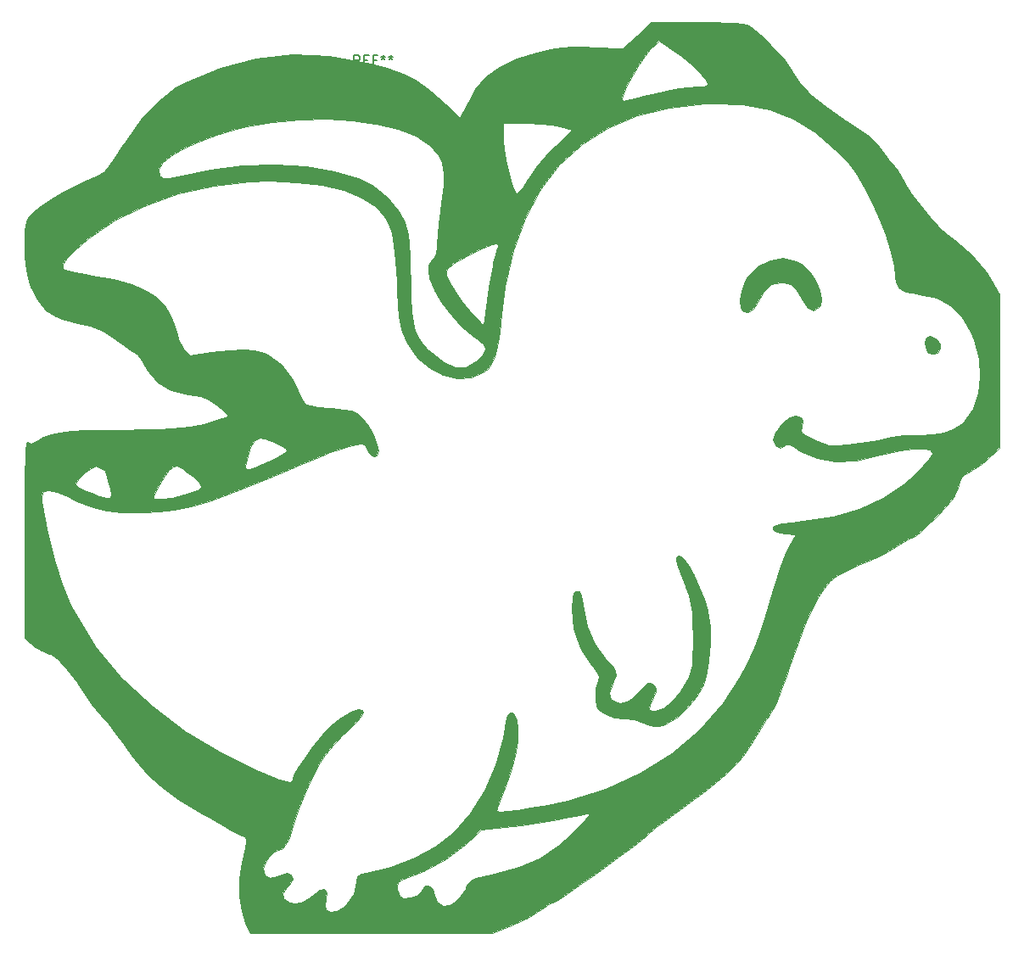
<source format=gbr>
G04 #@! TF.GenerationSoftware,KiCad,Pcbnew,5.1.3-ffb9f22~84~ubuntu18.04.1*
G04 #@! TF.CreationDate,2019-09-02T17:53:29+02:00*
G04 #@! TF.ProjectId,drac_badge,64726163-5f62-4616-9467-652e6b696361,rev?*
G04 #@! TF.SameCoordinates,Original*
G04 #@! TF.FileFunction,Legend,Top*
G04 #@! TF.FilePolarity,Positive*
%FSLAX46Y46*%
G04 Gerber Fmt 4.6, Leading zero omitted, Abs format (unit mm)*
G04 Created by KiCad (PCBNEW 5.1.3-ffb9f22~84~ubuntu18.04.1) date 2019-09-02 17:53:29*
%MOMM*%
%LPD*%
G04 APERTURE LIST*
%ADD10C,0.010000*%
%ADD11C,0.150000*%
G04 APERTURE END LIST*
D10*
G36*
X78639744Y-26959392D02*
G01*
X79213092Y-27270897D01*
X79983984Y-27965773D01*
X80607159Y-28859941D01*
X81029090Y-29820016D01*
X81196249Y-30712616D01*
X81055107Y-31404356D01*
X80935285Y-31562309D01*
X80374585Y-31855211D01*
X79820124Y-31619357D01*
X79285598Y-30860677D01*
X79277343Y-30844442D01*
X78688678Y-29855551D01*
X78100033Y-29298992D01*
X77401612Y-29083757D01*
X77139088Y-29072105D01*
X76175634Y-29297263D01*
X75389726Y-29991259D01*
X74794017Y-31071205D01*
X74368656Y-31717758D01*
X73852549Y-32022240D01*
X73378457Y-31942464D01*
X73128521Y-31600425D01*
X73052632Y-30878280D01*
X73199164Y-29937085D01*
X73516249Y-29016823D01*
X73789183Y-28543638D01*
X74840468Y-27490331D01*
X76066587Y-26859404D01*
X77366644Y-26674533D01*
X78639744Y-26959392D01*
X78639744Y-26959392D01*
G37*
X78639744Y-26959392D02*
X79213092Y-27270897D01*
X79983984Y-27965773D01*
X80607159Y-28859941D01*
X81029090Y-29820016D01*
X81196249Y-30712616D01*
X81055107Y-31404356D01*
X80935285Y-31562309D01*
X80374585Y-31855211D01*
X79820124Y-31619357D01*
X79285598Y-30860677D01*
X79277343Y-30844442D01*
X78688678Y-29855551D01*
X78100033Y-29298992D01*
X77401612Y-29083757D01*
X77139088Y-29072105D01*
X76175634Y-29297263D01*
X75389726Y-29991259D01*
X74794017Y-31071205D01*
X74368656Y-31717758D01*
X73852549Y-32022240D01*
X73378457Y-31942464D01*
X73128521Y-31600425D01*
X73052632Y-30878280D01*
X73199164Y-29937085D01*
X73516249Y-29016823D01*
X73789183Y-28543638D01*
X74840468Y-27490331D01*
X76066587Y-26859404D01*
X77366644Y-26674533D01*
X78639744Y-26959392D01*
G36*
X92625241Y-34647321D02*
G01*
X93010978Y-35199481D01*
X93041452Y-35676630D01*
X92754995Y-36090422D01*
X92260272Y-36240307D01*
X91798939Y-36090509D01*
X91652451Y-35882269D01*
X91479603Y-35094165D01*
X91627055Y-34574208D01*
X91986736Y-34419474D01*
X92625241Y-34647321D01*
X92625241Y-34647321D01*
G37*
X92625241Y-34647321D02*
X93010978Y-35199481D01*
X93041452Y-35676630D01*
X92754995Y-36090422D01*
X92260272Y-36240307D01*
X91798939Y-36090509D01*
X91652451Y-35882269D01*
X91479603Y-35094165D01*
X91627055Y-34574208D01*
X91986736Y-34419474D01*
X92625241Y-34647321D01*
G36*
X67051117Y-56383940D02*
G01*
X67440579Y-56678935D01*
X67933029Y-57369014D01*
X68471196Y-58339107D01*
X68997808Y-59474139D01*
X69455595Y-60659040D01*
X69787286Y-61778736D01*
X69829670Y-61966785D01*
X70033042Y-63498977D01*
X70063299Y-65202139D01*
X69932335Y-66890835D01*
X69652044Y-68379627D01*
X69364152Y-69224337D01*
X68685808Y-70424595D01*
X67798308Y-71551072D01*
X66822713Y-72476924D01*
X65880086Y-73075310D01*
X65586704Y-73182158D01*
X64896531Y-73368574D01*
X64465662Y-73411222D01*
X64037440Y-73289642D01*
X63411053Y-73008728D01*
X62493000Y-72729976D01*
X61544004Y-72634820D01*
X61495674Y-72636922D01*
X60533128Y-72543917D01*
X59625912Y-72217738D01*
X58961119Y-71740513D01*
X58764505Y-71438021D01*
X58610017Y-70585893D01*
X58661145Y-69612394D01*
X58879593Y-68884209D01*
X58985942Y-68499086D01*
X58832230Y-68060322D01*
X58360534Y-67426018D01*
X58213311Y-67251948D01*
X57097468Y-65558142D01*
X56426627Y-63653185D01*
X56243983Y-61661570D01*
X56247260Y-61585630D01*
X56330293Y-60620934D01*
X56482513Y-60087012D01*
X56734421Y-59881305D01*
X56755434Y-59876763D01*
X57023965Y-59945082D01*
X57206316Y-60340066D01*
X57345277Y-61160694D01*
X57358700Y-61272240D01*
X57797724Y-63357187D01*
X58572193Y-65194862D01*
X59633476Y-66670767D01*
X59666353Y-66705258D01*
X60313825Y-67401157D01*
X60632859Y-67878773D01*
X60667737Y-68303259D01*
X60462742Y-68839764D01*
X60317690Y-69134373D01*
X60020803Y-70045900D01*
X60159149Y-70680765D01*
X60719949Y-71009051D01*
X61135604Y-71048947D01*
X61766742Y-70958790D01*
X62328957Y-70618821D01*
X62993394Y-69926408D01*
X63557400Y-69297494D01*
X63911375Y-69027993D01*
X64176441Y-69057460D01*
X64383204Y-69232828D01*
X64645897Y-69568139D01*
X64643315Y-69930229D01*
X64378976Y-70530129D01*
X64041510Y-71280480D01*
X63999451Y-71679647D01*
X64269939Y-71833079D01*
X64593697Y-71851053D01*
X65396666Y-71610418D01*
X66266016Y-70945950D01*
X67107328Y-69943803D01*
X67635250Y-69075699D01*
X67944736Y-68450691D01*
X68149915Y-67884177D01*
X68271323Y-67243413D01*
X68329495Y-66395655D01*
X68344966Y-65208157D01*
X68343342Y-64498421D01*
X68324113Y-63054896D01*
X68265685Y-61990163D01*
X68144858Y-61148517D01*
X67938426Y-60374252D01*
X67623188Y-59511664D01*
X67586323Y-59418421D01*
X67080146Y-58110122D01*
X66777160Y-57221225D01*
X66665024Y-56681756D01*
X66731397Y-56421743D01*
X66963936Y-56371211D01*
X67051117Y-56383940D01*
X67051117Y-56383940D01*
G37*
X67051117Y-56383940D02*
X67440579Y-56678935D01*
X67933029Y-57369014D01*
X68471196Y-58339107D01*
X68997808Y-59474139D01*
X69455595Y-60659040D01*
X69787286Y-61778736D01*
X69829670Y-61966785D01*
X70033042Y-63498977D01*
X70063299Y-65202139D01*
X69932335Y-66890835D01*
X69652044Y-68379627D01*
X69364152Y-69224337D01*
X68685808Y-70424595D01*
X67798308Y-71551072D01*
X66822713Y-72476924D01*
X65880086Y-73075310D01*
X65586704Y-73182158D01*
X64896531Y-73368574D01*
X64465662Y-73411222D01*
X64037440Y-73289642D01*
X63411053Y-73008728D01*
X62493000Y-72729976D01*
X61544004Y-72634820D01*
X61495674Y-72636922D01*
X60533128Y-72543917D01*
X59625912Y-72217738D01*
X58961119Y-71740513D01*
X58764505Y-71438021D01*
X58610017Y-70585893D01*
X58661145Y-69612394D01*
X58879593Y-68884209D01*
X58985942Y-68499086D01*
X58832230Y-68060322D01*
X58360534Y-67426018D01*
X58213311Y-67251948D01*
X57097468Y-65558142D01*
X56426627Y-63653185D01*
X56243983Y-61661570D01*
X56247260Y-61585630D01*
X56330293Y-60620934D01*
X56482513Y-60087012D01*
X56734421Y-59881305D01*
X56755434Y-59876763D01*
X57023965Y-59945082D01*
X57206316Y-60340066D01*
X57345277Y-61160694D01*
X57358700Y-61272240D01*
X57797724Y-63357187D01*
X58572193Y-65194862D01*
X59633476Y-66670767D01*
X59666353Y-66705258D01*
X60313825Y-67401157D01*
X60632859Y-67878773D01*
X60667737Y-68303259D01*
X60462742Y-68839764D01*
X60317690Y-69134373D01*
X60020803Y-70045900D01*
X60159149Y-70680765D01*
X60719949Y-71009051D01*
X61135604Y-71048947D01*
X61766742Y-70958790D01*
X62328957Y-70618821D01*
X62993394Y-69926408D01*
X63557400Y-69297494D01*
X63911375Y-69027993D01*
X64176441Y-69057460D01*
X64383204Y-69232828D01*
X64645897Y-69568139D01*
X64643315Y-69930229D01*
X64378976Y-70530129D01*
X64041510Y-71280480D01*
X63999451Y-71679647D01*
X64269939Y-71833079D01*
X64593697Y-71851053D01*
X65396666Y-71610418D01*
X66266016Y-70945950D01*
X67107328Y-69943803D01*
X67635250Y-69075699D01*
X67944736Y-68450691D01*
X68149915Y-67884177D01*
X68271323Y-67243413D01*
X68329495Y-66395655D01*
X68344966Y-65208157D01*
X68343342Y-64498421D01*
X68324113Y-63054896D01*
X68265685Y-61990163D01*
X68144858Y-61148517D01*
X67938426Y-60374252D01*
X67623188Y-59511664D01*
X67586323Y-59418421D01*
X67080146Y-58110122D01*
X66777160Y-57221225D01*
X66665024Y-56681756D01*
X66731397Y-56421743D01*
X66963936Y-56371211D01*
X67051117Y-56383940D01*
G36*
X70535887Y-3140060D02*
G01*
X71765080Y-3155478D01*
X72639032Y-3194634D01*
X73247493Y-3268542D01*
X73680207Y-3388216D01*
X74026924Y-3564669D01*
X74377390Y-3808914D01*
X74386028Y-3815285D01*
X75390943Y-4655731D01*
X76440829Y-5694953D01*
X77398924Y-6783318D01*
X78128468Y-7771192D01*
X78351176Y-8153648D01*
X79061406Y-9178148D01*
X80190917Y-10342245D01*
X81665388Y-11579863D01*
X83410499Y-12824927D01*
X84112629Y-13275960D01*
X85118043Y-13933282D01*
X85958777Y-14538373D01*
X86523277Y-15007909D01*
X86688859Y-15200252D01*
X86999536Y-15658883D01*
X87532432Y-16340466D01*
X87974533Y-16867079D01*
X88677114Y-17775519D01*
X89320244Y-18765005D01*
X89578741Y-19242063D01*
X90170359Y-20227706D01*
X91045917Y-21403994D01*
X92076965Y-22621165D01*
X93135051Y-23729457D01*
X94091726Y-24579109D01*
X94271432Y-24713313D01*
X96158884Y-26308660D01*
X97673399Y-28104307D01*
X98168994Y-28885524D01*
X98966035Y-30275263D01*
X98971053Y-45641751D01*
X97968421Y-46566688D01*
X97144499Y-47228219D01*
X96260187Y-47796264D01*
X95963158Y-47947735D01*
X95220568Y-48409908D01*
X94960978Y-48920335D01*
X94959527Y-48964817D01*
X94822573Y-49560964D01*
X94487632Y-50293953D01*
X94422058Y-50405692D01*
X94027498Y-50936079D01*
X93404839Y-51649291D01*
X92653482Y-52445615D01*
X91872832Y-53225339D01*
X91162291Y-53888753D01*
X90621263Y-54336144D01*
X90368226Y-54472105D01*
X90048464Y-54606219D01*
X89426199Y-54955315D01*
X88749402Y-55372459D01*
X87676502Y-55994801D01*
X86485807Y-56593990D01*
X85870000Y-56863257D01*
X84634228Y-57370836D01*
X83608355Y-57844175D01*
X82751583Y-58340540D01*
X82023112Y-58917191D01*
X81382143Y-59631392D01*
X80787878Y-60540407D01*
X80199516Y-61701499D01*
X79576259Y-63171929D01*
X78877308Y-65008962D01*
X78061864Y-67269861D01*
X77670676Y-68371313D01*
X77190467Y-69666672D01*
X76725995Y-70815279D01*
X76326340Y-71702383D01*
X76040582Y-72213234D01*
X76012495Y-72248155D01*
X75652163Y-72733657D01*
X75130412Y-73528367D01*
X74549075Y-74476045D01*
X74441509Y-74658421D01*
X73875400Y-75572048D01*
X73278552Y-76401446D01*
X72591493Y-77201451D01*
X71754754Y-78026904D01*
X70708864Y-78932643D01*
X69394355Y-79973506D01*
X67751757Y-81204331D01*
X65817369Y-82610949D01*
X65129974Y-83113950D01*
X64635287Y-83489910D01*
X64480526Y-83619440D01*
X63993834Y-84062091D01*
X63187810Y-84715917D01*
X62138258Y-85526329D01*
X60920986Y-86438738D01*
X59611800Y-87398556D01*
X58286506Y-88351195D01*
X57020909Y-89242064D01*
X55890816Y-90016577D01*
X54972033Y-90620143D01*
X54340366Y-90998175D01*
X54090244Y-91101579D01*
X53777864Y-91247978D01*
X53196473Y-91622501D01*
X52778485Y-91919830D01*
X51903075Y-92470906D01*
X50801865Y-93041283D01*
X50001432Y-93390357D01*
X48337028Y-94042632D01*
X24168824Y-94042632D01*
X23692944Y-93040000D01*
X23309371Y-91819746D01*
X23113702Y-90286563D01*
X23114336Y-88631229D01*
X23319676Y-87044524D01*
X23411623Y-86651407D01*
X23676859Y-85602982D01*
X23799040Y-84957227D01*
X23776266Y-84601039D01*
X23606634Y-84421318D01*
X23372632Y-84331351D01*
X22794053Y-84082803D01*
X22236316Y-83779910D01*
X21722798Y-83476464D01*
X20881057Y-82985595D01*
X19846600Y-82386147D01*
X19162288Y-81991316D01*
X17069772Y-80712693D01*
X15392604Y-79508864D01*
X14034807Y-78298135D01*
X12900401Y-76998815D01*
X12281968Y-76135103D01*
X11510111Y-75037293D01*
X10676268Y-73940684D01*
X9936412Y-73048707D01*
X9801567Y-72899944D01*
X9038178Y-72014725D01*
X8308304Y-71067338D01*
X7956017Y-70552088D01*
X6844073Y-68892519D01*
X5833671Y-67586970D01*
X4960570Y-66676249D01*
X4260529Y-66201165D01*
X4100015Y-66151687D01*
X3382918Y-65874326D01*
X2612355Y-65390436D01*
X2488383Y-65290909D01*
X1648948Y-64584571D01*
X1648948Y-54662233D01*
X1653021Y-51966657D01*
X1662239Y-50406587D01*
X3353604Y-50406587D01*
X3386707Y-50952793D01*
X3946009Y-54077532D01*
X4593044Y-56770286D01*
X5357509Y-59130646D01*
X6269100Y-61258206D01*
X6724172Y-62145706D01*
X8810509Y-65463340D01*
X11356449Y-68554181D01*
X14322849Y-71384294D01*
X17670563Y-73919747D01*
X21360447Y-76126604D01*
X24642632Y-77679283D01*
X26080636Y-78278198D01*
X27099480Y-78681272D01*
X27769288Y-78908404D01*
X28160185Y-78979492D01*
X28342295Y-78914434D01*
X28385790Y-78741429D01*
X28544424Y-78274591D01*
X28966883Y-77513081D01*
X29573001Y-76571633D01*
X30282612Y-75564984D01*
X31015551Y-74607867D01*
X31691651Y-73815017D01*
X32129899Y-73382793D01*
X33266889Y-72496160D01*
X34231148Y-71915435D01*
X34959398Y-71672103D01*
X35365970Y-71772707D01*
X35404269Y-72014897D01*
X35157692Y-72441150D01*
X34586482Y-73103439D01*
X33650880Y-74053740D01*
X33531857Y-74170416D01*
X32448503Y-75275237D01*
X31645866Y-76232783D01*
X30987774Y-77230659D01*
X30338053Y-78456473D01*
X30169583Y-78802632D01*
X29570568Y-80136401D01*
X28999659Y-81561543D01*
X28546502Y-82848386D01*
X28402464Y-83329965D01*
X28037794Y-84515443D01*
X27694433Y-85257004D01*
X27318187Y-85640110D01*
X26867827Y-85750116D01*
X26459903Y-85968068D01*
X25988990Y-86484315D01*
X25601740Y-87105224D01*
X25444737Y-87629109D01*
X25633436Y-88269876D01*
X26145931Y-88526681D01*
X26901818Y-88365652D01*
X27037593Y-88300082D01*
X27818972Y-88046517D01*
X28290708Y-88172803D01*
X28394855Y-88586993D01*
X28073467Y-89197141D01*
X27791152Y-89495790D01*
X27412842Y-90081889D01*
X27526222Y-90594632D01*
X28088348Y-90950161D01*
X28586922Y-91049711D01*
X29307436Y-90975866D01*
X30050712Y-90547615D01*
X30356728Y-90293745D01*
X31096696Y-89759472D01*
X31579005Y-89665241D01*
X31780241Y-90006050D01*
X31723737Y-90585772D01*
X31654091Y-91230164D01*
X31723863Y-91629792D01*
X32156522Y-91886359D01*
X32797427Y-91829350D01*
X33448195Y-91492460D01*
X33653141Y-91302105D01*
X34493618Y-90105538D01*
X34684120Y-89387261D01*
X38849097Y-89387261D01*
X38866518Y-89608382D01*
X39088120Y-90301587D01*
X39435884Y-90521488D01*
X40283724Y-90516659D01*
X40969060Y-90222961D01*
X41296179Y-89767662D01*
X41584906Y-89308699D01*
X41987944Y-89283337D01*
X42347750Y-89664698D01*
X42454405Y-89965263D01*
X42831274Y-90899854D01*
X43382337Y-91338708D01*
X44083245Y-91271543D01*
X44670708Y-90901053D01*
X45174878Y-90341407D01*
X45654662Y-89591714D01*
X45702960Y-89497369D01*
X45950365Y-89049605D01*
X46240266Y-88744552D01*
X46693718Y-88523014D01*
X47431779Y-88325795D01*
X48572105Y-88094356D01*
X50999452Y-87467401D01*
X53073005Y-86567149D01*
X54935047Y-85319934D01*
X56295058Y-84095903D01*
X57065396Y-83303375D01*
X57649169Y-82654644D01*
X57970835Y-82236501D01*
X58005346Y-82130960D01*
X57704145Y-82130319D01*
X57012030Y-82240601D01*
X56056080Y-82439957D01*
X55629762Y-82539393D01*
X54376897Y-82799027D01*
X52827953Y-83060163D01*
X51220136Y-83284952D01*
X50310000Y-83388236D01*
X47235263Y-83698088D01*
X45673524Y-85135656D01*
X43683762Y-86672517D01*
X41464676Y-87876603D01*
X39935991Y-88443899D01*
X39226642Y-88690562D01*
X38907776Y-88957725D01*
X38849097Y-89387261D01*
X34684120Y-89387261D01*
X34801052Y-88946376D01*
X34802632Y-88858640D01*
X34886115Y-88395199D01*
X35236070Y-88147013D01*
X35805263Y-88020035D01*
X38238618Y-87439475D01*
X40579249Y-86540823D01*
X42684002Y-85389975D01*
X44395886Y-84065883D01*
X46113205Y-82118106D01*
X47568673Y-79803138D01*
X48695035Y-77251858D01*
X49425032Y-74595150D01*
X49509203Y-74115496D01*
X49705344Y-72979864D01*
X49874462Y-72299851D01*
X50053064Y-72000127D01*
X50277659Y-72005361D01*
X50467488Y-72138176D01*
X50769286Y-72701255D01*
X50881331Y-73655904D01*
X50817151Y-74899101D01*
X50590275Y-76327827D01*
X50214233Y-77839059D01*
X49702554Y-79329778D01*
X49442600Y-79942357D01*
X49061876Y-80826686D01*
X48807662Y-81503846D01*
X48727311Y-81845735D01*
X48733542Y-81860559D01*
X49069819Y-81902219D01*
X49817899Y-81852076D01*
X50865955Y-81726751D01*
X52102160Y-81542864D01*
X53414688Y-81317036D01*
X54691710Y-81065885D01*
X55810742Y-80808735D01*
X59673011Y-79599948D01*
X63147369Y-78026056D01*
X66241977Y-76081219D01*
X68964995Y-73759596D01*
X71324583Y-71055349D01*
X73031585Y-68484093D01*
X73749883Y-67168407D01*
X74391671Y-65785421D01*
X75000031Y-64223548D01*
X75618045Y-62371206D01*
X76288795Y-60116810D01*
X76363335Y-59854707D01*
X76781984Y-58475376D01*
X77226837Y-57172309D01*
X77644435Y-56093274D01*
X77977949Y-55391766D01*
X78655450Y-54235698D01*
X77519242Y-54153375D01*
X76674738Y-54001816D01*
X76315379Y-53697666D01*
X76303970Y-53653470D01*
X76354418Y-53460505D01*
X76641668Y-53305669D01*
X77245401Y-53169187D01*
X78245298Y-53031283D01*
X79262073Y-52919299D01*
X82333411Y-52445004D01*
X85002936Y-51689580D01*
X87340598Y-50623657D01*
X89416349Y-49217863D01*
X90611616Y-48153754D01*
X91367955Y-47366679D01*
X91946696Y-46675118D01*
X92257639Y-46190640D01*
X92286842Y-46081649D01*
X92045291Y-45787770D01*
X91370871Y-45656735D01*
X90338934Y-45685088D01*
X89024832Y-45869373D01*
X87503917Y-46206133D01*
X87075037Y-46320690D01*
X84658722Y-46834958D01*
X82552158Y-46944757D01*
X80711180Y-46646477D01*
X79091622Y-45936505D01*
X78623964Y-45629658D01*
X78036057Y-45276803D01*
X77645444Y-45260728D01*
X77425052Y-45400537D01*
X77024871Y-45590733D01*
X76624244Y-45340799D01*
X76606270Y-45322962D01*
X76378747Y-44795137D01*
X76600620Y-44086970D01*
X77283110Y-43165980D01*
X77394228Y-43042105D01*
X78006509Y-42580371D01*
X78618155Y-42427195D01*
X79102851Y-42551564D01*
X79334286Y-42922463D01*
X79199039Y-43485243D01*
X79098565Y-43799277D01*
X79246748Y-44070497D01*
X79731006Y-44389389D01*
X80403526Y-44732002D01*
X81255557Y-45116827D01*
X81954231Y-45313235D01*
X82726283Y-45358179D01*
X83798447Y-45288612D01*
X83811588Y-45287451D01*
X85051416Y-45136875D01*
X86329252Y-44917570D01*
X87206842Y-44717813D01*
X88220554Y-44520156D01*
X89502232Y-44376341D01*
X90785670Y-44315653D01*
X90865752Y-44315279D01*
X92352708Y-44266872D01*
X93456470Y-44096450D01*
X94323053Y-43758698D01*
X95098470Y-43208303D01*
X95439251Y-42895919D01*
X96296713Y-41718035D01*
X96833426Y-40215355D01*
X97040359Y-38497566D01*
X96908478Y-36674355D01*
X96428751Y-34855409D01*
X96155851Y-34193557D01*
X95214894Y-32554530D01*
X94076147Y-31383728D01*
X92669807Y-30630180D01*
X90926071Y-30242917D01*
X90715356Y-30220935D01*
X89587867Y-30021689D01*
X88904789Y-29644345D01*
X88588982Y-29028803D01*
X88543684Y-28529035D01*
X88421956Y-27442732D01*
X88084236Y-26017184D01*
X87571724Y-24381968D01*
X86925621Y-22666665D01*
X86187126Y-21000853D01*
X86081044Y-20783684D01*
X85325682Y-19334741D01*
X84621795Y-18199842D01*
X83836737Y-17190991D01*
X82837859Y-16120195D01*
X82674408Y-15955646D01*
X80580640Y-14133741D01*
X78369666Y-12771603D01*
X75975777Y-11845516D01*
X73333263Y-11331761D01*
X70376413Y-11206621D01*
X69589963Y-11232829D01*
X66022134Y-11620464D01*
X62778267Y-12432014D01*
X59863778Y-13661891D01*
X57284083Y-15304509D01*
X55044597Y-17354281D01*
X53150737Y-19805620D01*
X51607917Y-22652939D01*
X50421554Y-25890651D01*
X49597064Y-29513169D01*
X49243060Y-32222870D01*
X49046303Y-34055188D01*
X48835926Y-35436704D01*
X48585545Y-36451200D01*
X48268773Y-37182459D01*
X47859225Y-37714263D01*
X47396250Y-38087074D01*
X46178205Y-38604455D01*
X44830175Y-38674107D01*
X43441725Y-38335890D01*
X42102418Y-37629663D01*
X40901820Y-36595285D01*
X39929494Y-35272614D01*
X39600641Y-34617766D01*
X39355789Y-33987162D01*
X39172859Y-33307458D01*
X39036723Y-32471417D01*
X38932251Y-31371804D01*
X38844314Y-29901381D01*
X38799386Y-28938421D01*
X38687630Y-26924761D01*
X38534389Y-25357958D01*
X38313971Y-24150363D01*
X38000679Y-23214330D01*
X37568819Y-22462210D01*
X36992696Y-21806356D01*
X36605665Y-21455461D01*
X35257094Y-20590903D01*
X33463397Y-19895717D01*
X31290796Y-19382861D01*
X28805512Y-19065291D01*
X26073769Y-18955963D01*
X24095849Y-19007874D01*
X20505180Y-19405343D01*
X17023422Y-20199282D01*
X13729685Y-21358907D01*
X10703078Y-22853434D01*
X8022710Y-24652079D01*
X6710503Y-25773125D01*
X5863361Y-26640516D01*
X5450083Y-27265003D01*
X5449993Y-27685349D01*
X5609180Y-27837864D01*
X5952886Y-27936234D01*
X6697182Y-28089961D01*
X7714043Y-28273739D01*
X8349707Y-28379525D01*
X10581369Y-28795591D01*
X12350171Y-29264764D01*
X13727724Y-29823330D01*
X14785641Y-30507575D01*
X15595533Y-31353786D01*
X16211674Y-32363250D01*
X16590603Y-33227232D01*
X16836399Y-33986436D01*
X16888948Y-34323376D01*
X17058735Y-34929513D01*
X17472402Y-35600908D01*
X17521268Y-35659508D01*
X18153589Y-36394625D01*
X20261795Y-36073704D01*
X22082546Y-35838052D01*
X23495524Y-35761971D01*
X24605111Y-35851280D01*
X25515691Y-36111797D01*
X26089668Y-36398607D01*
X27314110Y-37349918D01*
X28302152Y-38659658D01*
X28909966Y-39875891D01*
X29281058Y-40620815D01*
X29640313Y-41153544D01*
X29767346Y-41272363D01*
X30188473Y-41395960D01*
X30990827Y-41522292D01*
X32021502Y-41628694D01*
X32324323Y-41651425D01*
X33493703Y-41756594D01*
X34276672Y-41905059D01*
X34821550Y-42137831D01*
X35233804Y-42455923D01*
X35884479Y-43240663D01*
X36456171Y-44244586D01*
X36838892Y-45248377D01*
X36935707Y-45849474D01*
X36793997Y-46336231D01*
X36454696Y-46427894D01*
X36066704Y-46136662D01*
X35864141Y-45761684D01*
X35612831Y-45298272D01*
X35223920Y-45177125D01*
X34734443Y-45248440D01*
X34048187Y-45416591D01*
X33207102Y-45681871D01*
X32143668Y-46070018D01*
X30790363Y-46606767D01*
X29079666Y-47317857D01*
X27172036Y-48131018D01*
X24425873Y-49282534D01*
X22072842Y-50201020D01*
X20035842Y-50908050D01*
X18237767Y-51425195D01*
X16601516Y-51774028D01*
X15049985Y-51976120D01*
X13506071Y-52053044D01*
X13145790Y-52055301D01*
X11348362Y-52008505D01*
X9878278Y-51843219D01*
X8533422Y-51515910D01*
X7111680Y-50983043D01*
X6222708Y-50584612D01*
X14482632Y-50584612D01*
X14723497Y-50715226D01*
X15383363Y-50704077D01*
X16368129Y-50559983D01*
X17569262Y-50295390D01*
X18442751Y-50031408D01*
X19063532Y-49758731D01*
X19295263Y-49539891D01*
X19078374Y-49098881D01*
X18498250Y-48504194D01*
X17660704Y-47858936D01*
X17381099Y-47674739D01*
X17067349Y-47503645D01*
X23670690Y-47503645D01*
X23786867Y-47725033D01*
X24158279Y-47713428D01*
X24857342Y-47465460D01*
X25956470Y-46977761D01*
X26024992Y-46946209D01*
X26901141Y-46512635D01*
X27547691Y-46136027D01*
X27844141Y-45887820D01*
X27851053Y-45863663D01*
X27625335Y-45615415D01*
X27063266Y-45283331D01*
X26337479Y-44947536D01*
X25620601Y-44688152D01*
X25096884Y-44585346D01*
X24650270Y-44837128D01*
X24215424Y-45563278D01*
X23825377Y-46703850D01*
X23737333Y-47052632D01*
X23670690Y-47503645D01*
X17067349Y-47503645D01*
X16860501Y-47390847D01*
X16509892Y-47443401D01*
X16087816Y-47839880D01*
X15674886Y-48367590D01*
X15207732Y-49088812D01*
X14790012Y-49826298D01*
X14525383Y-50402802D01*
X14482632Y-50584612D01*
X6222708Y-50584612D01*
X6134623Y-50545133D01*
X4892541Y-50025456D01*
X4042574Y-49825051D01*
X3543378Y-49950050D01*
X3353604Y-50406587D01*
X1662239Y-50406587D01*
X1665998Y-49770457D01*
X1672562Y-49276421D01*
X6728948Y-49276421D01*
X6961409Y-49510032D01*
X7551047Y-49814437D01*
X8336241Y-50130840D01*
X9155369Y-50400447D01*
X9846810Y-50564463D01*
X10248945Y-50564093D01*
X10256792Y-50559788D01*
X10293341Y-50263634D01*
X10180880Y-49631491D01*
X10059160Y-49184939D01*
X9837794Y-48446647D01*
X9697878Y-47963109D01*
X9672894Y-47864144D01*
X9468194Y-47710491D01*
X9147700Y-47527182D01*
X8741108Y-47418026D01*
X8287824Y-47596353D01*
X7677174Y-48080209D01*
X7112742Y-48647711D01*
X6773279Y-49127824D01*
X6728948Y-49276421D01*
X1672562Y-49276421D01*
X1689014Y-48038328D01*
X1723206Y-46734965D01*
X1769708Y-45825064D01*
X1829657Y-45273320D01*
X1904188Y-45044427D01*
X1958184Y-45049131D01*
X2305276Y-45188266D01*
X2819462Y-44960506D01*
X2987538Y-44845597D01*
X3557175Y-44509222D01*
X4252960Y-44249158D01*
X5145379Y-44056694D01*
X6304921Y-43923115D01*
X7802074Y-43839708D01*
X9707324Y-43797761D01*
X11541579Y-43788209D01*
X13512732Y-43780113D01*
X15056928Y-43752272D01*
X16281819Y-43696651D01*
X17295057Y-43605211D01*
X18204294Y-43469913D01*
X19117182Y-43282722D01*
X19495790Y-43194311D01*
X20559636Y-42923167D01*
X21394071Y-42678838D01*
X21885641Y-42496264D01*
X21968948Y-42432649D01*
X21777646Y-42184224D01*
X21285942Y-41727365D01*
X20847960Y-41361804D01*
X20026731Y-40795648D01*
X19173715Y-40459747D01*
X18042280Y-40258196D01*
X17995165Y-40252464D01*
X16267815Y-39847882D01*
X14923297Y-39084986D01*
X13929899Y-37943246D01*
X13655648Y-37442818D01*
X13234204Y-36714583D01*
X12815855Y-36212142D01*
X12643614Y-36098658D01*
X12222776Y-35866971D01*
X11531758Y-35401230D01*
X10718211Y-34801087D01*
X10697721Y-34785333D01*
X9442880Y-33950720D01*
X8160348Y-33419710D01*
X7355615Y-33209301D01*
X6309523Y-32955788D01*
X5373719Y-32698139D01*
X4789296Y-32505962D01*
X3806974Y-31865154D01*
X2927036Y-30821496D01*
X2251106Y-29506870D01*
X2074320Y-28982508D01*
X1835441Y-27856002D01*
X1693093Y-26548012D01*
X1647660Y-25203910D01*
X1699519Y-23969068D01*
X1849056Y-22988857D01*
X2057208Y-22458741D01*
X2478177Y-22062740D01*
X3257552Y-21499065D01*
X4275650Y-20839571D01*
X5412788Y-20156115D01*
X6549282Y-19520550D01*
X7565449Y-19004734D01*
X8341607Y-18680520D01*
X8360684Y-18674261D01*
X8964594Y-18429826D01*
X9496062Y-18072965D01*
X9666345Y-17897321D01*
X15021463Y-17897321D01*
X15115047Y-18434391D01*
X15439461Y-18687628D01*
X16084580Y-18682956D01*
X17027597Y-18476037D01*
X20195615Y-17810905D01*
X23444278Y-17429314D01*
X26664527Y-17330183D01*
X29747303Y-17512432D01*
X32583546Y-17974983D01*
X34896868Y-18652940D01*
X36480455Y-19467250D01*
X37907657Y-20614775D01*
X39023954Y-21959851D01*
X39382713Y-22591433D01*
X39608001Y-23103858D01*
X39776919Y-23642233D01*
X39901449Y-24301165D01*
X39993573Y-25175261D01*
X40065271Y-26359128D01*
X40128526Y-27947375D01*
X40152662Y-28671053D01*
X40222142Y-30560315D01*
X40308881Y-32005933D01*
X40438049Y-33098940D01*
X40634815Y-33930368D01*
X40924347Y-34591253D01*
X41331816Y-35172628D01*
X41882389Y-35765525D01*
X42200069Y-36076293D01*
X43467245Y-37080279D01*
X44646683Y-37568299D01*
X45728365Y-37538695D01*
X46702269Y-36989811D01*
X46854777Y-36846356D01*
X47349199Y-36261914D01*
X47619284Y-35767584D01*
X47636316Y-35668279D01*
X47432913Y-35311110D01*
X46905162Y-34788129D01*
X46319136Y-34325441D01*
X45215177Y-33392776D01*
X44179380Y-32266043D01*
X43272526Y-31042997D01*
X42555395Y-29821392D01*
X42088767Y-28698983D01*
X41951993Y-27884155D01*
X43716641Y-27884155D01*
X43773733Y-28346396D01*
X44113281Y-29096719D01*
X44665084Y-30021239D01*
X45358939Y-31006076D01*
X46124643Y-31937345D01*
X46393123Y-32225938D01*
X47502632Y-33374508D01*
X47821485Y-30841016D01*
X47997270Y-29575589D01*
X48193263Y-28368864D01*
X48376499Y-27417752D01*
X48438978Y-27152446D01*
X48655371Y-26328383D01*
X48835404Y-25664324D01*
X48875483Y-25522928D01*
X48917985Y-25264919D01*
X48769188Y-25195555D01*
X48320733Y-25318453D01*
X47657776Y-25563564D01*
X46514760Y-26050996D01*
X45427385Y-26606725D01*
X44516315Y-27159704D01*
X43902212Y-27638883D01*
X43716641Y-27884155D01*
X41951993Y-27884155D01*
X41933423Y-27773525D01*
X42002863Y-27383438D01*
X42294192Y-26817127D01*
X42539824Y-26542298D01*
X42711370Y-26189835D01*
X42812342Y-25505975D01*
X42823684Y-25162511D01*
X42865785Y-24378273D01*
X42979052Y-23246391D01*
X43143934Y-21946204D01*
X43261283Y-21148490D01*
X43479509Y-19458262D01*
X43517990Y-18170488D01*
X43353176Y-17176203D01*
X42961514Y-16366444D01*
X42319453Y-15632247D01*
X42008761Y-15353688D01*
X40659118Y-14487389D01*
X38881144Y-13790539D01*
X36755856Y-13269780D01*
X36005210Y-13163684D01*
X49374211Y-13163684D01*
X49422408Y-14859091D01*
X49502466Y-15755363D01*
X49677489Y-16816127D01*
X49915595Y-17915376D01*
X50184901Y-18927104D01*
X50453524Y-19725307D01*
X50689581Y-20183977D01*
X50785591Y-20246609D01*
X51014377Y-20037002D01*
X51436954Y-19487008D01*
X51966003Y-18711124D01*
X52018894Y-18629414D01*
X52751013Y-17612804D01*
X53683778Y-16479399D01*
X54619412Y-15469060D01*
X54648799Y-15439847D01*
X56238232Y-13865137D01*
X55078853Y-13544121D01*
X54248871Y-13387384D01*
X53106282Y-13264379D01*
X51873101Y-13197796D01*
X51646842Y-13193395D01*
X49374211Y-13163684D01*
X36005210Y-13163684D01*
X34364274Y-12931755D01*
X31787415Y-12783106D01*
X29106299Y-12830476D01*
X26401943Y-13080505D01*
X23755365Y-13539837D01*
X22761766Y-13775751D01*
X20795728Y-14350159D01*
X19016690Y-15003009D01*
X17488328Y-15700392D01*
X16274318Y-16408404D01*
X15438335Y-17093136D01*
X15044058Y-17720684D01*
X15021463Y-17897321D01*
X9666345Y-17897321D01*
X10031371Y-17520806D01*
X10646806Y-16690476D01*
X11418650Y-15499105D01*
X11699193Y-15047425D01*
X13248434Y-12864458D01*
X14964500Y-11033759D01*
X16774271Y-9627592D01*
X17729996Y-9087222D01*
X21220124Y-7649170D01*
X24768307Y-6740823D01*
X28385197Y-6361053D01*
X32081449Y-6508729D01*
X35815426Y-7169996D01*
X37799116Y-7700131D01*
X39400479Y-8266930D01*
X40769891Y-8953655D01*
X42057726Y-9843569D01*
X43414361Y-11019937D01*
X44285551Y-11859927D01*
X45130418Y-12695118D01*
X45733806Y-11379855D01*
X46075355Y-10767124D01*
X61272105Y-10767124D01*
X61382338Y-10941115D01*
X61782572Y-10921396D01*
X62542105Y-10714469D01*
X63474649Y-10458441D01*
X64665245Y-10173680D01*
X65774046Y-9938531D01*
X66909090Y-9744430D01*
X67992154Y-9606270D01*
X68781941Y-9554211D01*
X69442971Y-9498300D01*
X69804727Y-9358985D01*
X69827895Y-9307356D01*
X69618976Y-8837938D01*
X69048020Y-8157265D01*
X68198726Y-7349484D01*
X67154794Y-6498741D01*
X66704902Y-6167711D01*
X64980821Y-4937432D01*
X64047344Y-5842137D01*
X63535266Y-6453313D01*
X62937638Y-7334731D01*
X62333490Y-8346144D01*
X61801849Y-9347306D01*
X61421745Y-10197972D01*
X61272206Y-10757895D01*
X61272105Y-10767124D01*
X46075355Y-10767124D01*
X46612390Y-9803699D01*
X47690059Y-8551968D01*
X49050508Y-7562889D01*
X50777432Y-6774689D01*
X52800617Y-6164034D01*
X54165389Y-5841556D01*
X55274424Y-5651123D01*
X56350004Y-5571146D01*
X57614416Y-5580035D01*
X58459242Y-5614433D01*
X61394800Y-5752574D01*
X62825525Y-4444971D01*
X64256251Y-3137369D01*
X68861708Y-3137369D01*
X70535887Y-3140060D01*
X70535887Y-3140060D01*
G37*
X70535887Y-3140060D02*
X71765080Y-3155478D01*
X72639032Y-3194634D01*
X73247493Y-3268542D01*
X73680207Y-3388216D01*
X74026924Y-3564669D01*
X74377390Y-3808914D01*
X74386028Y-3815285D01*
X75390943Y-4655731D01*
X76440829Y-5694953D01*
X77398924Y-6783318D01*
X78128468Y-7771192D01*
X78351176Y-8153648D01*
X79061406Y-9178148D01*
X80190917Y-10342245D01*
X81665388Y-11579863D01*
X83410499Y-12824927D01*
X84112629Y-13275960D01*
X85118043Y-13933282D01*
X85958777Y-14538373D01*
X86523277Y-15007909D01*
X86688859Y-15200252D01*
X86999536Y-15658883D01*
X87532432Y-16340466D01*
X87974533Y-16867079D01*
X88677114Y-17775519D01*
X89320244Y-18765005D01*
X89578741Y-19242063D01*
X90170359Y-20227706D01*
X91045917Y-21403994D01*
X92076965Y-22621165D01*
X93135051Y-23729457D01*
X94091726Y-24579109D01*
X94271432Y-24713313D01*
X96158884Y-26308660D01*
X97673399Y-28104307D01*
X98168994Y-28885524D01*
X98966035Y-30275263D01*
X98971053Y-45641751D01*
X97968421Y-46566688D01*
X97144499Y-47228219D01*
X96260187Y-47796264D01*
X95963158Y-47947735D01*
X95220568Y-48409908D01*
X94960978Y-48920335D01*
X94959527Y-48964817D01*
X94822573Y-49560964D01*
X94487632Y-50293953D01*
X94422058Y-50405692D01*
X94027498Y-50936079D01*
X93404839Y-51649291D01*
X92653482Y-52445615D01*
X91872832Y-53225339D01*
X91162291Y-53888753D01*
X90621263Y-54336144D01*
X90368226Y-54472105D01*
X90048464Y-54606219D01*
X89426199Y-54955315D01*
X88749402Y-55372459D01*
X87676502Y-55994801D01*
X86485807Y-56593990D01*
X85870000Y-56863257D01*
X84634228Y-57370836D01*
X83608355Y-57844175D01*
X82751583Y-58340540D01*
X82023112Y-58917191D01*
X81382143Y-59631392D01*
X80787878Y-60540407D01*
X80199516Y-61701499D01*
X79576259Y-63171929D01*
X78877308Y-65008962D01*
X78061864Y-67269861D01*
X77670676Y-68371313D01*
X77190467Y-69666672D01*
X76725995Y-70815279D01*
X76326340Y-71702383D01*
X76040582Y-72213234D01*
X76012495Y-72248155D01*
X75652163Y-72733657D01*
X75130412Y-73528367D01*
X74549075Y-74476045D01*
X74441509Y-74658421D01*
X73875400Y-75572048D01*
X73278552Y-76401446D01*
X72591493Y-77201451D01*
X71754754Y-78026904D01*
X70708864Y-78932643D01*
X69394355Y-79973506D01*
X67751757Y-81204331D01*
X65817369Y-82610949D01*
X65129974Y-83113950D01*
X64635287Y-83489910D01*
X64480526Y-83619440D01*
X63993834Y-84062091D01*
X63187810Y-84715917D01*
X62138258Y-85526329D01*
X60920986Y-86438738D01*
X59611800Y-87398556D01*
X58286506Y-88351195D01*
X57020909Y-89242064D01*
X55890816Y-90016577D01*
X54972033Y-90620143D01*
X54340366Y-90998175D01*
X54090244Y-91101579D01*
X53777864Y-91247978D01*
X53196473Y-91622501D01*
X52778485Y-91919830D01*
X51903075Y-92470906D01*
X50801865Y-93041283D01*
X50001432Y-93390357D01*
X48337028Y-94042632D01*
X24168824Y-94042632D01*
X23692944Y-93040000D01*
X23309371Y-91819746D01*
X23113702Y-90286563D01*
X23114336Y-88631229D01*
X23319676Y-87044524D01*
X23411623Y-86651407D01*
X23676859Y-85602982D01*
X23799040Y-84957227D01*
X23776266Y-84601039D01*
X23606634Y-84421318D01*
X23372632Y-84331351D01*
X22794053Y-84082803D01*
X22236316Y-83779910D01*
X21722798Y-83476464D01*
X20881057Y-82985595D01*
X19846600Y-82386147D01*
X19162288Y-81991316D01*
X17069772Y-80712693D01*
X15392604Y-79508864D01*
X14034807Y-78298135D01*
X12900401Y-76998815D01*
X12281968Y-76135103D01*
X11510111Y-75037293D01*
X10676268Y-73940684D01*
X9936412Y-73048707D01*
X9801567Y-72899944D01*
X9038178Y-72014725D01*
X8308304Y-71067338D01*
X7956017Y-70552088D01*
X6844073Y-68892519D01*
X5833671Y-67586970D01*
X4960570Y-66676249D01*
X4260529Y-66201165D01*
X4100015Y-66151687D01*
X3382918Y-65874326D01*
X2612355Y-65390436D01*
X2488383Y-65290909D01*
X1648948Y-64584571D01*
X1648948Y-54662233D01*
X1653021Y-51966657D01*
X1662239Y-50406587D01*
X3353604Y-50406587D01*
X3386707Y-50952793D01*
X3946009Y-54077532D01*
X4593044Y-56770286D01*
X5357509Y-59130646D01*
X6269100Y-61258206D01*
X6724172Y-62145706D01*
X8810509Y-65463340D01*
X11356449Y-68554181D01*
X14322849Y-71384294D01*
X17670563Y-73919747D01*
X21360447Y-76126604D01*
X24642632Y-77679283D01*
X26080636Y-78278198D01*
X27099480Y-78681272D01*
X27769288Y-78908404D01*
X28160185Y-78979492D01*
X28342295Y-78914434D01*
X28385790Y-78741429D01*
X28544424Y-78274591D01*
X28966883Y-77513081D01*
X29573001Y-76571633D01*
X30282612Y-75564984D01*
X31015551Y-74607867D01*
X31691651Y-73815017D01*
X32129899Y-73382793D01*
X33266889Y-72496160D01*
X34231148Y-71915435D01*
X34959398Y-71672103D01*
X35365970Y-71772707D01*
X35404269Y-72014897D01*
X35157692Y-72441150D01*
X34586482Y-73103439D01*
X33650880Y-74053740D01*
X33531857Y-74170416D01*
X32448503Y-75275237D01*
X31645866Y-76232783D01*
X30987774Y-77230659D01*
X30338053Y-78456473D01*
X30169583Y-78802632D01*
X29570568Y-80136401D01*
X28999659Y-81561543D01*
X28546502Y-82848386D01*
X28402464Y-83329965D01*
X28037794Y-84515443D01*
X27694433Y-85257004D01*
X27318187Y-85640110D01*
X26867827Y-85750116D01*
X26459903Y-85968068D01*
X25988990Y-86484315D01*
X25601740Y-87105224D01*
X25444737Y-87629109D01*
X25633436Y-88269876D01*
X26145931Y-88526681D01*
X26901818Y-88365652D01*
X27037593Y-88300082D01*
X27818972Y-88046517D01*
X28290708Y-88172803D01*
X28394855Y-88586993D01*
X28073467Y-89197141D01*
X27791152Y-89495790D01*
X27412842Y-90081889D01*
X27526222Y-90594632D01*
X28088348Y-90950161D01*
X28586922Y-91049711D01*
X29307436Y-90975866D01*
X30050712Y-90547615D01*
X30356728Y-90293745D01*
X31096696Y-89759472D01*
X31579005Y-89665241D01*
X31780241Y-90006050D01*
X31723737Y-90585772D01*
X31654091Y-91230164D01*
X31723863Y-91629792D01*
X32156522Y-91886359D01*
X32797427Y-91829350D01*
X33448195Y-91492460D01*
X33653141Y-91302105D01*
X34493618Y-90105538D01*
X34684120Y-89387261D01*
X38849097Y-89387261D01*
X38866518Y-89608382D01*
X39088120Y-90301587D01*
X39435884Y-90521488D01*
X40283724Y-90516659D01*
X40969060Y-90222961D01*
X41296179Y-89767662D01*
X41584906Y-89308699D01*
X41987944Y-89283337D01*
X42347750Y-89664698D01*
X42454405Y-89965263D01*
X42831274Y-90899854D01*
X43382337Y-91338708D01*
X44083245Y-91271543D01*
X44670708Y-90901053D01*
X45174878Y-90341407D01*
X45654662Y-89591714D01*
X45702960Y-89497369D01*
X45950365Y-89049605D01*
X46240266Y-88744552D01*
X46693718Y-88523014D01*
X47431779Y-88325795D01*
X48572105Y-88094356D01*
X50999452Y-87467401D01*
X53073005Y-86567149D01*
X54935047Y-85319934D01*
X56295058Y-84095903D01*
X57065396Y-83303375D01*
X57649169Y-82654644D01*
X57970835Y-82236501D01*
X58005346Y-82130960D01*
X57704145Y-82130319D01*
X57012030Y-82240601D01*
X56056080Y-82439957D01*
X55629762Y-82539393D01*
X54376897Y-82799027D01*
X52827953Y-83060163D01*
X51220136Y-83284952D01*
X50310000Y-83388236D01*
X47235263Y-83698088D01*
X45673524Y-85135656D01*
X43683762Y-86672517D01*
X41464676Y-87876603D01*
X39935991Y-88443899D01*
X39226642Y-88690562D01*
X38907776Y-88957725D01*
X38849097Y-89387261D01*
X34684120Y-89387261D01*
X34801052Y-88946376D01*
X34802632Y-88858640D01*
X34886115Y-88395199D01*
X35236070Y-88147013D01*
X35805263Y-88020035D01*
X38238618Y-87439475D01*
X40579249Y-86540823D01*
X42684002Y-85389975D01*
X44395886Y-84065883D01*
X46113205Y-82118106D01*
X47568673Y-79803138D01*
X48695035Y-77251858D01*
X49425032Y-74595150D01*
X49509203Y-74115496D01*
X49705344Y-72979864D01*
X49874462Y-72299851D01*
X50053064Y-72000127D01*
X50277659Y-72005361D01*
X50467488Y-72138176D01*
X50769286Y-72701255D01*
X50881331Y-73655904D01*
X50817151Y-74899101D01*
X50590275Y-76327827D01*
X50214233Y-77839059D01*
X49702554Y-79329778D01*
X49442600Y-79942357D01*
X49061876Y-80826686D01*
X48807662Y-81503846D01*
X48727311Y-81845735D01*
X48733542Y-81860559D01*
X49069819Y-81902219D01*
X49817899Y-81852076D01*
X50865955Y-81726751D01*
X52102160Y-81542864D01*
X53414688Y-81317036D01*
X54691710Y-81065885D01*
X55810742Y-80808735D01*
X59673011Y-79599948D01*
X63147369Y-78026056D01*
X66241977Y-76081219D01*
X68964995Y-73759596D01*
X71324583Y-71055349D01*
X73031585Y-68484093D01*
X73749883Y-67168407D01*
X74391671Y-65785421D01*
X75000031Y-64223548D01*
X75618045Y-62371206D01*
X76288795Y-60116810D01*
X76363335Y-59854707D01*
X76781984Y-58475376D01*
X77226837Y-57172309D01*
X77644435Y-56093274D01*
X77977949Y-55391766D01*
X78655450Y-54235698D01*
X77519242Y-54153375D01*
X76674738Y-54001816D01*
X76315379Y-53697666D01*
X76303970Y-53653470D01*
X76354418Y-53460505D01*
X76641668Y-53305669D01*
X77245401Y-53169187D01*
X78245298Y-53031283D01*
X79262073Y-52919299D01*
X82333411Y-52445004D01*
X85002936Y-51689580D01*
X87340598Y-50623657D01*
X89416349Y-49217863D01*
X90611616Y-48153754D01*
X91367955Y-47366679D01*
X91946696Y-46675118D01*
X92257639Y-46190640D01*
X92286842Y-46081649D01*
X92045291Y-45787770D01*
X91370871Y-45656735D01*
X90338934Y-45685088D01*
X89024832Y-45869373D01*
X87503917Y-46206133D01*
X87075037Y-46320690D01*
X84658722Y-46834958D01*
X82552158Y-46944757D01*
X80711180Y-46646477D01*
X79091622Y-45936505D01*
X78623964Y-45629658D01*
X78036057Y-45276803D01*
X77645444Y-45260728D01*
X77425052Y-45400537D01*
X77024871Y-45590733D01*
X76624244Y-45340799D01*
X76606270Y-45322962D01*
X76378747Y-44795137D01*
X76600620Y-44086970D01*
X77283110Y-43165980D01*
X77394228Y-43042105D01*
X78006509Y-42580371D01*
X78618155Y-42427195D01*
X79102851Y-42551564D01*
X79334286Y-42922463D01*
X79199039Y-43485243D01*
X79098565Y-43799277D01*
X79246748Y-44070497D01*
X79731006Y-44389389D01*
X80403526Y-44732002D01*
X81255557Y-45116827D01*
X81954231Y-45313235D01*
X82726283Y-45358179D01*
X83798447Y-45288612D01*
X83811588Y-45287451D01*
X85051416Y-45136875D01*
X86329252Y-44917570D01*
X87206842Y-44717813D01*
X88220554Y-44520156D01*
X89502232Y-44376341D01*
X90785670Y-44315653D01*
X90865752Y-44315279D01*
X92352708Y-44266872D01*
X93456470Y-44096450D01*
X94323053Y-43758698D01*
X95098470Y-43208303D01*
X95439251Y-42895919D01*
X96296713Y-41718035D01*
X96833426Y-40215355D01*
X97040359Y-38497566D01*
X96908478Y-36674355D01*
X96428751Y-34855409D01*
X96155851Y-34193557D01*
X95214894Y-32554530D01*
X94076147Y-31383728D01*
X92669807Y-30630180D01*
X90926071Y-30242917D01*
X90715356Y-30220935D01*
X89587867Y-30021689D01*
X88904789Y-29644345D01*
X88588982Y-29028803D01*
X88543684Y-28529035D01*
X88421956Y-27442732D01*
X88084236Y-26017184D01*
X87571724Y-24381968D01*
X86925621Y-22666665D01*
X86187126Y-21000853D01*
X86081044Y-20783684D01*
X85325682Y-19334741D01*
X84621795Y-18199842D01*
X83836737Y-17190991D01*
X82837859Y-16120195D01*
X82674408Y-15955646D01*
X80580640Y-14133741D01*
X78369666Y-12771603D01*
X75975777Y-11845516D01*
X73333263Y-11331761D01*
X70376413Y-11206621D01*
X69589963Y-11232829D01*
X66022134Y-11620464D01*
X62778267Y-12432014D01*
X59863778Y-13661891D01*
X57284083Y-15304509D01*
X55044597Y-17354281D01*
X53150737Y-19805620D01*
X51607917Y-22652939D01*
X50421554Y-25890651D01*
X49597064Y-29513169D01*
X49243060Y-32222870D01*
X49046303Y-34055188D01*
X48835926Y-35436704D01*
X48585545Y-36451200D01*
X48268773Y-37182459D01*
X47859225Y-37714263D01*
X47396250Y-38087074D01*
X46178205Y-38604455D01*
X44830175Y-38674107D01*
X43441725Y-38335890D01*
X42102418Y-37629663D01*
X40901820Y-36595285D01*
X39929494Y-35272614D01*
X39600641Y-34617766D01*
X39355789Y-33987162D01*
X39172859Y-33307458D01*
X39036723Y-32471417D01*
X38932251Y-31371804D01*
X38844314Y-29901381D01*
X38799386Y-28938421D01*
X38687630Y-26924761D01*
X38534389Y-25357958D01*
X38313971Y-24150363D01*
X38000679Y-23214330D01*
X37568819Y-22462210D01*
X36992696Y-21806356D01*
X36605665Y-21455461D01*
X35257094Y-20590903D01*
X33463397Y-19895717D01*
X31290796Y-19382861D01*
X28805512Y-19065291D01*
X26073769Y-18955963D01*
X24095849Y-19007874D01*
X20505180Y-19405343D01*
X17023422Y-20199282D01*
X13729685Y-21358907D01*
X10703078Y-22853434D01*
X8022710Y-24652079D01*
X6710503Y-25773125D01*
X5863361Y-26640516D01*
X5450083Y-27265003D01*
X5449993Y-27685349D01*
X5609180Y-27837864D01*
X5952886Y-27936234D01*
X6697182Y-28089961D01*
X7714043Y-28273739D01*
X8349707Y-28379525D01*
X10581369Y-28795591D01*
X12350171Y-29264764D01*
X13727724Y-29823330D01*
X14785641Y-30507575D01*
X15595533Y-31353786D01*
X16211674Y-32363250D01*
X16590603Y-33227232D01*
X16836399Y-33986436D01*
X16888948Y-34323376D01*
X17058735Y-34929513D01*
X17472402Y-35600908D01*
X17521268Y-35659508D01*
X18153589Y-36394625D01*
X20261795Y-36073704D01*
X22082546Y-35838052D01*
X23495524Y-35761971D01*
X24605111Y-35851280D01*
X25515691Y-36111797D01*
X26089668Y-36398607D01*
X27314110Y-37349918D01*
X28302152Y-38659658D01*
X28909966Y-39875891D01*
X29281058Y-40620815D01*
X29640313Y-41153544D01*
X29767346Y-41272363D01*
X30188473Y-41395960D01*
X30990827Y-41522292D01*
X32021502Y-41628694D01*
X32324323Y-41651425D01*
X33493703Y-41756594D01*
X34276672Y-41905059D01*
X34821550Y-42137831D01*
X35233804Y-42455923D01*
X35884479Y-43240663D01*
X36456171Y-44244586D01*
X36838892Y-45248377D01*
X36935707Y-45849474D01*
X36793997Y-46336231D01*
X36454696Y-46427894D01*
X36066704Y-46136662D01*
X35864141Y-45761684D01*
X35612831Y-45298272D01*
X35223920Y-45177125D01*
X34734443Y-45248440D01*
X34048187Y-45416591D01*
X33207102Y-45681871D01*
X32143668Y-46070018D01*
X30790363Y-46606767D01*
X29079666Y-47317857D01*
X27172036Y-48131018D01*
X24425873Y-49282534D01*
X22072842Y-50201020D01*
X20035842Y-50908050D01*
X18237767Y-51425195D01*
X16601516Y-51774028D01*
X15049985Y-51976120D01*
X13506071Y-52053044D01*
X13145790Y-52055301D01*
X11348362Y-52008505D01*
X9878278Y-51843219D01*
X8533422Y-51515910D01*
X7111680Y-50983043D01*
X6222708Y-50584612D01*
X14482632Y-50584612D01*
X14723497Y-50715226D01*
X15383363Y-50704077D01*
X16368129Y-50559983D01*
X17569262Y-50295390D01*
X18442751Y-50031408D01*
X19063532Y-49758731D01*
X19295263Y-49539891D01*
X19078374Y-49098881D01*
X18498250Y-48504194D01*
X17660704Y-47858936D01*
X17381099Y-47674739D01*
X17067349Y-47503645D01*
X23670690Y-47503645D01*
X23786867Y-47725033D01*
X24158279Y-47713428D01*
X24857342Y-47465460D01*
X25956470Y-46977761D01*
X26024992Y-46946209D01*
X26901141Y-46512635D01*
X27547691Y-46136027D01*
X27844141Y-45887820D01*
X27851053Y-45863663D01*
X27625335Y-45615415D01*
X27063266Y-45283331D01*
X26337479Y-44947536D01*
X25620601Y-44688152D01*
X25096884Y-44585346D01*
X24650270Y-44837128D01*
X24215424Y-45563278D01*
X23825377Y-46703850D01*
X23737333Y-47052632D01*
X23670690Y-47503645D01*
X17067349Y-47503645D01*
X16860501Y-47390847D01*
X16509892Y-47443401D01*
X16087816Y-47839880D01*
X15674886Y-48367590D01*
X15207732Y-49088812D01*
X14790012Y-49826298D01*
X14525383Y-50402802D01*
X14482632Y-50584612D01*
X6222708Y-50584612D01*
X6134623Y-50545133D01*
X4892541Y-50025456D01*
X4042574Y-49825051D01*
X3543378Y-49950050D01*
X3353604Y-50406587D01*
X1662239Y-50406587D01*
X1665998Y-49770457D01*
X1672562Y-49276421D01*
X6728948Y-49276421D01*
X6961409Y-49510032D01*
X7551047Y-49814437D01*
X8336241Y-50130840D01*
X9155369Y-50400447D01*
X9846810Y-50564463D01*
X10248945Y-50564093D01*
X10256792Y-50559788D01*
X10293341Y-50263634D01*
X10180880Y-49631491D01*
X10059160Y-49184939D01*
X9837794Y-48446647D01*
X9697878Y-47963109D01*
X9672894Y-47864144D01*
X9468194Y-47710491D01*
X9147700Y-47527182D01*
X8741108Y-47418026D01*
X8287824Y-47596353D01*
X7677174Y-48080209D01*
X7112742Y-48647711D01*
X6773279Y-49127824D01*
X6728948Y-49276421D01*
X1672562Y-49276421D01*
X1689014Y-48038328D01*
X1723206Y-46734965D01*
X1769708Y-45825064D01*
X1829657Y-45273320D01*
X1904188Y-45044427D01*
X1958184Y-45049131D01*
X2305276Y-45188266D01*
X2819462Y-44960506D01*
X2987538Y-44845597D01*
X3557175Y-44509222D01*
X4252960Y-44249158D01*
X5145379Y-44056694D01*
X6304921Y-43923115D01*
X7802074Y-43839708D01*
X9707324Y-43797761D01*
X11541579Y-43788209D01*
X13512732Y-43780113D01*
X15056928Y-43752272D01*
X16281819Y-43696651D01*
X17295057Y-43605211D01*
X18204294Y-43469913D01*
X19117182Y-43282722D01*
X19495790Y-43194311D01*
X20559636Y-42923167D01*
X21394071Y-42678838D01*
X21885641Y-42496264D01*
X21968948Y-42432649D01*
X21777646Y-42184224D01*
X21285942Y-41727365D01*
X20847960Y-41361804D01*
X20026731Y-40795648D01*
X19173715Y-40459747D01*
X18042280Y-40258196D01*
X17995165Y-40252464D01*
X16267815Y-39847882D01*
X14923297Y-39084986D01*
X13929899Y-37943246D01*
X13655648Y-37442818D01*
X13234204Y-36714583D01*
X12815855Y-36212142D01*
X12643614Y-36098658D01*
X12222776Y-35866971D01*
X11531758Y-35401230D01*
X10718211Y-34801087D01*
X10697721Y-34785333D01*
X9442880Y-33950720D01*
X8160348Y-33419710D01*
X7355615Y-33209301D01*
X6309523Y-32955788D01*
X5373719Y-32698139D01*
X4789296Y-32505962D01*
X3806974Y-31865154D01*
X2927036Y-30821496D01*
X2251106Y-29506870D01*
X2074320Y-28982508D01*
X1835441Y-27856002D01*
X1693093Y-26548012D01*
X1647660Y-25203910D01*
X1699519Y-23969068D01*
X1849056Y-22988857D01*
X2057208Y-22458741D01*
X2478177Y-22062740D01*
X3257552Y-21499065D01*
X4275650Y-20839571D01*
X5412788Y-20156115D01*
X6549282Y-19520550D01*
X7565449Y-19004734D01*
X8341607Y-18680520D01*
X8360684Y-18674261D01*
X8964594Y-18429826D01*
X9496062Y-18072965D01*
X9666345Y-17897321D01*
X15021463Y-17897321D01*
X15115047Y-18434391D01*
X15439461Y-18687628D01*
X16084580Y-18682956D01*
X17027597Y-18476037D01*
X20195615Y-17810905D01*
X23444278Y-17429314D01*
X26664527Y-17330183D01*
X29747303Y-17512432D01*
X32583546Y-17974983D01*
X34896868Y-18652940D01*
X36480455Y-19467250D01*
X37907657Y-20614775D01*
X39023954Y-21959851D01*
X39382713Y-22591433D01*
X39608001Y-23103858D01*
X39776919Y-23642233D01*
X39901449Y-24301165D01*
X39993573Y-25175261D01*
X40065271Y-26359128D01*
X40128526Y-27947375D01*
X40152662Y-28671053D01*
X40222142Y-30560315D01*
X40308881Y-32005933D01*
X40438049Y-33098940D01*
X40634815Y-33930368D01*
X40924347Y-34591253D01*
X41331816Y-35172628D01*
X41882389Y-35765525D01*
X42200069Y-36076293D01*
X43467245Y-37080279D01*
X44646683Y-37568299D01*
X45728365Y-37538695D01*
X46702269Y-36989811D01*
X46854777Y-36846356D01*
X47349199Y-36261914D01*
X47619284Y-35767584D01*
X47636316Y-35668279D01*
X47432913Y-35311110D01*
X46905162Y-34788129D01*
X46319136Y-34325441D01*
X45215177Y-33392776D01*
X44179380Y-32266043D01*
X43272526Y-31042997D01*
X42555395Y-29821392D01*
X42088767Y-28698983D01*
X41951993Y-27884155D01*
X43716641Y-27884155D01*
X43773733Y-28346396D01*
X44113281Y-29096719D01*
X44665084Y-30021239D01*
X45358939Y-31006076D01*
X46124643Y-31937345D01*
X46393123Y-32225938D01*
X47502632Y-33374508D01*
X47821485Y-30841016D01*
X47997270Y-29575589D01*
X48193263Y-28368864D01*
X48376499Y-27417752D01*
X48438978Y-27152446D01*
X48655371Y-26328383D01*
X48835404Y-25664324D01*
X48875483Y-25522928D01*
X48917985Y-25264919D01*
X48769188Y-25195555D01*
X48320733Y-25318453D01*
X47657776Y-25563564D01*
X46514760Y-26050996D01*
X45427385Y-26606725D01*
X44516315Y-27159704D01*
X43902212Y-27638883D01*
X43716641Y-27884155D01*
X41951993Y-27884155D01*
X41933423Y-27773525D01*
X42002863Y-27383438D01*
X42294192Y-26817127D01*
X42539824Y-26542298D01*
X42711370Y-26189835D01*
X42812342Y-25505975D01*
X42823684Y-25162511D01*
X42865785Y-24378273D01*
X42979052Y-23246391D01*
X43143934Y-21946204D01*
X43261283Y-21148490D01*
X43479509Y-19458262D01*
X43517990Y-18170488D01*
X43353176Y-17176203D01*
X42961514Y-16366444D01*
X42319453Y-15632247D01*
X42008761Y-15353688D01*
X40659118Y-14487389D01*
X38881144Y-13790539D01*
X36755856Y-13269780D01*
X36005210Y-13163684D01*
X49374211Y-13163684D01*
X49422408Y-14859091D01*
X49502466Y-15755363D01*
X49677489Y-16816127D01*
X49915595Y-17915376D01*
X50184901Y-18927104D01*
X50453524Y-19725307D01*
X50689581Y-20183977D01*
X50785591Y-20246609D01*
X51014377Y-20037002D01*
X51436954Y-19487008D01*
X51966003Y-18711124D01*
X52018894Y-18629414D01*
X52751013Y-17612804D01*
X53683778Y-16479399D01*
X54619412Y-15469060D01*
X54648799Y-15439847D01*
X56238232Y-13865137D01*
X55078853Y-13544121D01*
X54248871Y-13387384D01*
X53106282Y-13264379D01*
X51873101Y-13197796D01*
X51646842Y-13193395D01*
X49374211Y-13163684D01*
X36005210Y-13163684D01*
X34364274Y-12931755D01*
X31787415Y-12783106D01*
X29106299Y-12830476D01*
X26401943Y-13080505D01*
X23755365Y-13539837D01*
X22761766Y-13775751D01*
X20795728Y-14350159D01*
X19016690Y-15003009D01*
X17488328Y-15700392D01*
X16274318Y-16408404D01*
X15438335Y-17093136D01*
X15044058Y-17720684D01*
X15021463Y-17897321D01*
X9666345Y-17897321D01*
X10031371Y-17520806D01*
X10646806Y-16690476D01*
X11418650Y-15499105D01*
X11699193Y-15047425D01*
X13248434Y-12864458D01*
X14964500Y-11033759D01*
X16774271Y-9627592D01*
X17729996Y-9087222D01*
X21220124Y-7649170D01*
X24768307Y-6740823D01*
X28385197Y-6361053D01*
X32081449Y-6508729D01*
X35815426Y-7169996D01*
X37799116Y-7700131D01*
X39400479Y-8266930D01*
X40769891Y-8953655D01*
X42057726Y-9843569D01*
X43414361Y-11019937D01*
X44285551Y-11859927D01*
X45130418Y-12695118D01*
X45733806Y-11379855D01*
X46075355Y-10767124D01*
X61272105Y-10767124D01*
X61382338Y-10941115D01*
X61782572Y-10921396D01*
X62542105Y-10714469D01*
X63474649Y-10458441D01*
X64665245Y-10173680D01*
X65774046Y-9938531D01*
X66909090Y-9744430D01*
X67992154Y-9606270D01*
X68781941Y-9554211D01*
X69442971Y-9498300D01*
X69804727Y-9358985D01*
X69827895Y-9307356D01*
X69618976Y-8837938D01*
X69048020Y-8157265D01*
X68198726Y-7349484D01*
X67154794Y-6498741D01*
X66704902Y-6167711D01*
X64980821Y-4937432D01*
X64047344Y-5842137D01*
X63535266Y-6453313D01*
X62937638Y-7334731D01*
X62333490Y-8346144D01*
X61801849Y-9347306D01*
X61421745Y-10197972D01*
X61272206Y-10757895D01*
X61272105Y-10767124D01*
X46075355Y-10767124D01*
X46612390Y-9803699D01*
X47690059Y-8551968D01*
X49050508Y-7562889D01*
X50777432Y-6774689D01*
X52800617Y-6164034D01*
X54165389Y-5841556D01*
X55274424Y-5651123D01*
X56350004Y-5571146D01*
X57614416Y-5580035D01*
X58459242Y-5614433D01*
X61394800Y-5752574D01*
X62825525Y-4444971D01*
X64256251Y-3137369D01*
X68861708Y-3137369D01*
X70535887Y-3140060D01*
D11*
X35114666Y-7408380D02*
X34781333Y-6932190D01*
X34543238Y-7408380D02*
X34543238Y-6408380D01*
X34924190Y-6408380D01*
X35019428Y-6456000D01*
X35067047Y-6503619D01*
X35114666Y-6598857D01*
X35114666Y-6741714D01*
X35067047Y-6836952D01*
X35019428Y-6884571D01*
X34924190Y-6932190D01*
X34543238Y-6932190D01*
X35543238Y-6884571D02*
X35876571Y-6884571D01*
X36019428Y-7408380D02*
X35543238Y-7408380D01*
X35543238Y-6408380D01*
X36019428Y-6408380D01*
X36781333Y-6884571D02*
X36448000Y-6884571D01*
X36448000Y-7408380D02*
X36448000Y-6408380D01*
X36924190Y-6408380D01*
X37448000Y-6408380D02*
X37448000Y-6646476D01*
X37209904Y-6551238D02*
X37448000Y-6646476D01*
X37686095Y-6551238D01*
X37305142Y-6836952D02*
X37448000Y-6646476D01*
X37590857Y-6836952D01*
X38209904Y-6408380D02*
X38209904Y-6646476D01*
X37971809Y-6551238D02*
X38209904Y-6646476D01*
X38448000Y-6551238D01*
X38067047Y-6836952D02*
X38209904Y-6646476D01*
X38352761Y-6836952D01*
M02*

</source>
